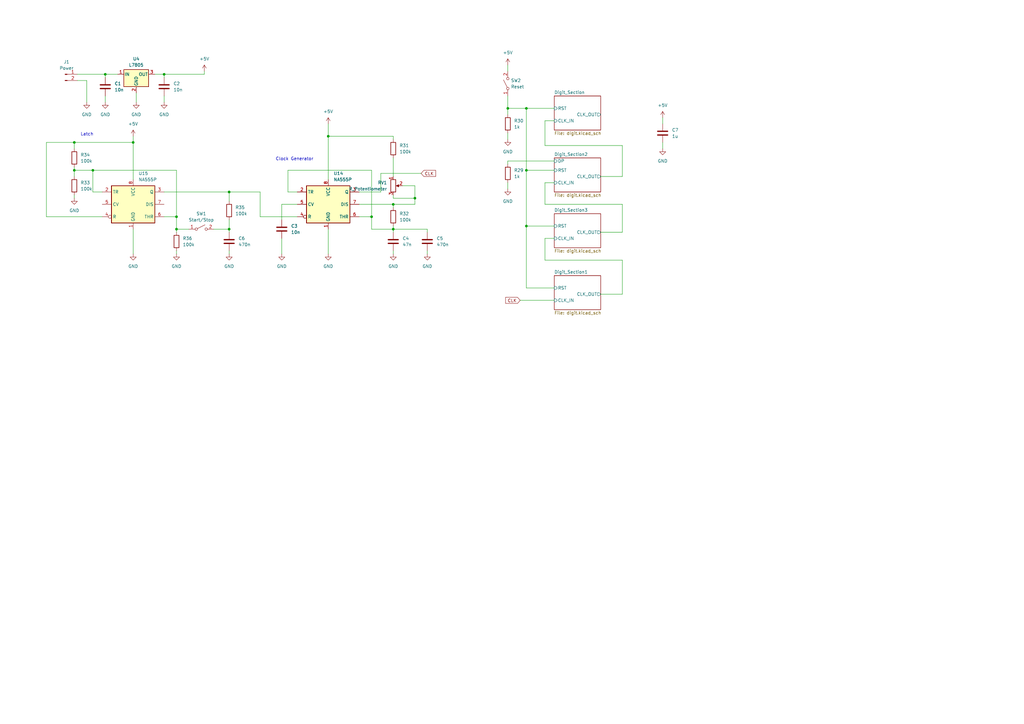
<source format=kicad_sch>
(kicad_sch (version 20230121) (generator eeschema)

  (uuid 78a5e9e2-666e-497f-a0eb-8939aa477525)

  (paper "A3")

  (lib_symbols
    (symbol "Connector:Conn_01x02_Pin" (pin_names (offset 1.016) hide) (in_bom yes) (on_board yes)
      (property "Reference" "J" (at 0 2.54 0)
        (effects (font (size 1.27 1.27)))
      )
      (property "Value" "Conn_01x02_Pin" (at 0 -5.08 0)
        (effects (font (size 1.27 1.27)))
      )
      (property "Footprint" "" (at 0 0 0)
        (effects (font (size 1.27 1.27)) hide)
      )
      (property "Datasheet" "~" (at 0 0 0)
        (effects (font (size 1.27 1.27)) hide)
      )
      (property "ki_locked" "" (at 0 0 0)
        (effects (font (size 1.27 1.27)))
      )
      (property "ki_keywords" "connector" (at 0 0 0)
        (effects (font (size 1.27 1.27)) hide)
      )
      (property "ki_description" "Generic connector, single row, 01x02, script generated" (at 0 0 0)
        (effects (font (size 1.27 1.27)) hide)
      )
      (property "ki_fp_filters" "Connector*:*_1x??_*" (at 0 0 0)
        (effects (font (size 1.27 1.27)) hide)
      )
      (symbol "Conn_01x02_Pin_1_1"
        (polyline
          (pts
            (xy 1.27 -2.54)
            (xy 0.8636 -2.54)
          )
          (stroke (width 0.1524) (type default))
          (fill (type none))
        )
        (polyline
          (pts
            (xy 1.27 0)
            (xy 0.8636 0)
          )
          (stroke (width 0.1524) (type default))
          (fill (type none))
        )
        (rectangle (start 0.8636 -2.413) (end 0 -2.667)
          (stroke (width 0.1524) (type default))
          (fill (type outline))
        )
        (rectangle (start 0.8636 0.127) (end 0 -0.127)
          (stroke (width 0.1524) (type default))
          (fill (type outline))
        )
        (pin passive line (at 5.08 0 180) (length 3.81)
          (name "Pin_1" (effects (font (size 1.27 1.27))))
          (number "1" (effects (font (size 1.27 1.27))))
        )
        (pin passive line (at 5.08 -2.54 180) (length 3.81)
          (name "Pin_2" (effects (font (size 1.27 1.27))))
          (number "2" (effects (font (size 1.27 1.27))))
        )
      )
    )
    (symbol "Device:C" (pin_numbers hide) (pin_names (offset 0.254)) (in_bom yes) (on_board yes)
      (property "Reference" "C" (at 0.635 2.54 0)
        (effects (font (size 1.27 1.27)) (justify left))
      )
      (property "Value" "C" (at 0.635 -2.54 0)
        (effects (font (size 1.27 1.27)) (justify left))
      )
      (property "Footprint" "" (at 0.9652 -3.81 0)
        (effects (font (size 1.27 1.27)) hide)
      )
      (property "Datasheet" "~" (at 0 0 0)
        (effects (font (size 1.27 1.27)) hide)
      )
      (property "ki_keywords" "cap capacitor" (at 0 0 0)
        (effects (font (size 1.27 1.27)) hide)
      )
      (property "ki_description" "Unpolarized capacitor" (at 0 0 0)
        (effects (font (size 1.27 1.27)) hide)
      )
      (property "ki_fp_filters" "C_*" (at 0 0 0)
        (effects (font (size 1.27 1.27)) hide)
      )
      (symbol "C_0_1"
        (polyline
          (pts
            (xy -2.032 -0.762)
            (xy 2.032 -0.762)
          )
          (stroke (width 0.508) (type default))
          (fill (type none))
        )
        (polyline
          (pts
            (xy -2.032 0.762)
            (xy 2.032 0.762)
          )
          (stroke (width 0.508) (type default))
          (fill (type none))
        )
      )
      (symbol "C_1_1"
        (pin passive line (at 0 3.81 270) (length 2.794)
          (name "~" (effects (font (size 1.27 1.27))))
          (number "1" (effects (font (size 1.27 1.27))))
        )
        (pin passive line (at 0 -3.81 90) (length 2.794)
          (name "~" (effects (font (size 1.27 1.27))))
          (number "2" (effects (font (size 1.27 1.27))))
        )
      )
    )
    (symbol "Device:R" (pin_numbers hide) (pin_names (offset 0)) (in_bom yes) (on_board yes)
      (property "Reference" "R" (at 2.032 0 90)
        (effects (font (size 1.27 1.27)))
      )
      (property "Value" "R" (at 0 0 90)
        (effects (font (size 1.27 1.27)))
      )
      (property "Footprint" "" (at -1.778 0 90)
        (effects (font (size 1.27 1.27)) hide)
      )
      (property "Datasheet" "~" (at 0 0 0)
        (effects (font (size 1.27 1.27)) hide)
      )
      (property "ki_keywords" "R res resistor" (at 0 0 0)
        (effects (font (size 1.27 1.27)) hide)
      )
      (property "ki_description" "Resistor" (at 0 0 0)
        (effects (font (size 1.27 1.27)) hide)
      )
      (property "ki_fp_filters" "R_*" (at 0 0 0)
        (effects (font (size 1.27 1.27)) hide)
      )
      (symbol "R_0_1"
        (rectangle (start -1.016 -2.54) (end 1.016 2.54)
          (stroke (width 0.254) (type default))
          (fill (type none))
        )
      )
      (symbol "R_1_1"
        (pin passive line (at 0 3.81 270) (length 1.27)
          (name "~" (effects (font (size 1.27 1.27))))
          (number "1" (effects (font (size 1.27 1.27))))
        )
        (pin passive line (at 0 -3.81 90) (length 1.27)
          (name "~" (effects (font (size 1.27 1.27))))
          (number "2" (effects (font (size 1.27 1.27))))
        )
      )
    )
    (symbol "Device:R_Potentiometer" (pin_names (offset 1.016) hide) (in_bom yes) (on_board yes)
      (property "Reference" "RV" (at -4.445 0 90)
        (effects (font (size 1.27 1.27)))
      )
      (property "Value" "R_Potentiometer" (at -2.54 0 90)
        (effects (font (size 1.27 1.27)))
      )
      (property "Footprint" "" (at 0 0 0)
        (effects (font (size 1.27 1.27)) hide)
      )
      (property "Datasheet" "~" (at 0 0 0)
        (effects (font (size 1.27 1.27)) hide)
      )
      (property "ki_keywords" "resistor variable" (at 0 0 0)
        (effects (font (size 1.27 1.27)) hide)
      )
      (property "ki_description" "Potentiometer" (at 0 0 0)
        (effects (font (size 1.27 1.27)) hide)
      )
      (property "ki_fp_filters" "Potentiometer*" (at 0 0 0)
        (effects (font (size 1.27 1.27)) hide)
      )
      (symbol "R_Potentiometer_0_1"
        (polyline
          (pts
            (xy 2.54 0)
            (xy 1.524 0)
          )
          (stroke (width 0) (type default))
          (fill (type none))
        )
        (polyline
          (pts
            (xy 1.143 0)
            (xy 2.286 0.508)
            (xy 2.286 -0.508)
            (xy 1.143 0)
          )
          (stroke (width 0) (type default))
          (fill (type outline))
        )
        (rectangle (start 1.016 2.54) (end -1.016 -2.54)
          (stroke (width 0.254) (type default))
          (fill (type none))
        )
      )
      (symbol "R_Potentiometer_1_1"
        (pin passive line (at 0 3.81 270) (length 1.27)
          (name "1" (effects (font (size 1.27 1.27))))
          (number "1" (effects (font (size 1.27 1.27))))
        )
        (pin passive line (at 3.81 0 180) (length 1.27)
          (name "2" (effects (font (size 1.27 1.27))))
          (number "2" (effects (font (size 1.27 1.27))))
        )
        (pin passive line (at 0 -3.81 90) (length 1.27)
          (name "3" (effects (font (size 1.27 1.27))))
          (number "3" (effects (font (size 1.27 1.27))))
        )
      )
    )
    (symbol "Regulator_Linear:L7805" (pin_names (offset 0.254)) (in_bom yes) (on_board yes)
      (property "Reference" "U" (at -3.81 3.175 0)
        (effects (font (size 1.27 1.27)))
      )
      (property "Value" "L7805" (at 0 3.175 0)
        (effects (font (size 1.27 1.27)) (justify left))
      )
      (property "Footprint" "" (at 0.635 -3.81 0)
        (effects (font (size 1.27 1.27) italic) (justify left) hide)
      )
      (property "Datasheet" "http://www.st.com/content/ccc/resource/technical/document/datasheet/41/4f/b3/b0/12/d4/47/88/CD00000444.pdf/files/CD00000444.pdf/jcr:content/translations/en.CD00000444.pdf" (at 0 -1.27 0)
        (effects (font (size 1.27 1.27)) hide)
      )
      (property "ki_keywords" "Voltage Regulator 1.5A Positive" (at 0 0 0)
        (effects (font (size 1.27 1.27)) hide)
      )
      (property "ki_description" "Positive 1.5A 35V Linear Regulator, Fixed Output 5V, TO-220/TO-263/TO-252" (at 0 0 0)
        (effects (font (size 1.27 1.27)) hide)
      )
      (property "ki_fp_filters" "TO?252* TO?263* TO?220*" (at 0 0 0)
        (effects (font (size 1.27 1.27)) hide)
      )
      (symbol "L7805_0_1"
        (rectangle (start -5.08 1.905) (end 5.08 -5.08)
          (stroke (width 0.254) (type default))
          (fill (type background))
        )
      )
      (symbol "L7805_1_1"
        (pin power_in line (at -7.62 0 0) (length 2.54)
          (name "IN" (effects (font (size 1.27 1.27))))
          (number "1" (effects (font (size 1.27 1.27))))
        )
        (pin power_in line (at 0 -7.62 90) (length 2.54)
          (name "GND" (effects (font (size 1.27 1.27))))
          (number "2" (effects (font (size 1.27 1.27))))
        )
        (pin power_out line (at 7.62 0 180) (length 2.54)
          (name "OUT" (effects (font (size 1.27 1.27))))
          (number "3" (effects (font (size 1.27 1.27))))
        )
      )
    )
    (symbol "Switch:SW_SPST" (pin_names (offset 0) hide) (in_bom yes) (on_board yes)
      (property "Reference" "SW" (at 0 3.175 0)
        (effects (font (size 1.27 1.27)))
      )
      (property "Value" "SW_SPST" (at 0 -2.54 0)
        (effects (font (size 1.27 1.27)))
      )
      (property "Footprint" "" (at 0 0 0)
        (effects (font (size 1.27 1.27)) hide)
      )
      (property "Datasheet" "~" (at 0 0 0)
        (effects (font (size 1.27 1.27)) hide)
      )
      (property "ki_keywords" "switch lever" (at 0 0 0)
        (effects (font (size 1.27 1.27)) hide)
      )
      (property "ki_description" "Single Pole Single Throw (SPST) switch" (at 0 0 0)
        (effects (font (size 1.27 1.27)) hide)
      )
      (symbol "SW_SPST_0_0"
        (circle (center -2.032 0) (radius 0.508)
          (stroke (width 0) (type default))
          (fill (type none))
        )
        (polyline
          (pts
            (xy -1.524 0.254)
            (xy 1.524 1.778)
          )
          (stroke (width 0) (type default))
          (fill (type none))
        )
        (circle (center 2.032 0) (radius 0.508)
          (stroke (width 0) (type default))
          (fill (type none))
        )
      )
      (symbol "SW_SPST_1_1"
        (pin passive line (at -5.08 0 0) (length 2.54)
          (name "A" (effects (font (size 1.27 1.27))))
          (number "1" (effects (font (size 1.27 1.27))))
        )
        (pin passive line (at 5.08 0 180) (length 2.54)
          (name "B" (effects (font (size 1.27 1.27))))
          (number "2" (effects (font (size 1.27 1.27))))
        )
      )
    )
    (symbol "Timer:NA555P" (in_bom yes) (on_board yes)
      (property "Reference" "U" (at -10.16 8.89 0)
        (effects (font (size 1.27 1.27)) (justify left))
      )
      (property "Value" "NA555P" (at 2.54 8.89 0)
        (effects (font (size 1.27 1.27)) (justify left))
      )
      (property "Footprint" "Package_DIP:DIP-8_W7.62mm" (at 16.51 -10.16 0)
        (effects (font (size 1.27 1.27)) hide)
      )
      (property "Datasheet" "http://www.ti.com/lit/ds/symlink/ne555.pdf" (at 21.59 -10.16 0)
        (effects (font (size 1.27 1.27)) hide)
      )
      (property "ki_keywords" "single timer 555" (at 0 0 0)
        (effects (font (size 1.27 1.27)) hide)
      )
      (property "ki_description" "Precision Timers, 555 compatible, PDIP-8" (at 0 0 0)
        (effects (font (size 1.27 1.27)) hide)
      )
      (property "ki_fp_filters" "DIP*W7.62mm*" (at 0 0 0)
        (effects (font (size 1.27 1.27)) hide)
      )
      (symbol "NA555P_0_0"
        (pin power_in line (at 0 -10.16 90) (length 2.54)
          (name "GND" (effects (font (size 1.27 1.27))))
          (number "1" (effects (font (size 1.27 1.27))))
        )
        (pin power_in line (at 0 10.16 270) (length 2.54)
          (name "VCC" (effects (font (size 1.27 1.27))))
          (number "8" (effects (font (size 1.27 1.27))))
        )
      )
      (symbol "NA555P_0_1"
        (rectangle (start -8.89 -7.62) (end 8.89 7.62)
          (stroke (width 0.254) (type default))
          (fill (type background))
        )
        (rectangle (start -8.89 -7.62) (end 8.89 7.62)
          (stroke (width 0.254) (type default))
          (fill (type background))
        )
      )
      (symbol "NA555P_1_1"
        (pin input line (at -12.7 5.08 0) (length 3.81)
          (name "TR" (effects (font (size 1.27 1.27))))
          (number "2" (effects (font (size 1.27 1.27))))
        )
        (pin output line (at 12.7 5.08 180) (length 3.81)
          (name "Q" (effects (font (size 1.27 1.27))))
          (number "3" (effects (font (size 1.27 1.27))))
        )
        (pin input inverted (at -12.7 -5.08 0) (length 3.81)
          (name "R" (effects (font (size 1.27 1.27))))
          (number "4" (effects (font (size 1.27 1.27))))
        )
        (pin input line (at -12.7 0 0) (length 3.81)
          (name "CV" (effects (font (size 1.27 1.27))))
          (number "5" (effects (font (size 1.27 1.27))))
        )
        (pin input line (at 12.7 -5.08 180) (length 3.81)
          (name "THR" (effects (font (size 1.27 1.27))))
          (number "6" (effects (font (size 1.27 1.27))))
        )
        (pin input line (at 12.7 0 180) (length 3.81)
          (name "DIS" (effects (font (size 1.27 1.27))))
          (number "7" (effects (font (size 1.27 1.27))))
        )
      )
    )
    (symbol "power:+5V" (power) (pin_names (offset 0)) (in_bom yes) (on_board yes)
      (property "Reference" "#PWR" (at 0 -3.81 0)
        (effects (font (size 1.27 1.27)) hide)
      )
      (property "Value" "+5V" (at 0 3.556 0)
        (effects (font (size 1.27 1.27)))
      )
      (property "Footprint" "" (at 0 0 0)
        (effects (font (size 1.27 1.27)) hide)
      )
      (property "Datasheet" "" (at 0 0 0)
        (effects (font (size 1.27 1.27)) hide)
      )
      (property "ki_keywords" "global power" (at 0 0 0)
        (effects (font (size 1.27 1.27)) hide)
      )
      (property "ki_description" "Power symbol creates a global label with name \"+5V\"" (at 0 0 0)
        (effects (font (size 1.27 1.27)) hide)
      )
      (symbol "+5V_0_1"
        (polyline
          (pts
            (xy -0.762 1.27)
            (xy 0 2.54)
          )
          (stroke (width 0) (type default))
          (fill (type none))
        )
        (polyline
          (pts
            (xy 0 0)
            (xy 0 2.54)
          )
          (stroke (width 0) (type default))
          (fill (type none))
        )
        (polyline
          (pts
            (xy 0 2.54)
            (xy 0.762 1.27)
          )
          (stroke (width 0) (type default))
          (fill (type none))
        )
      )
      (symbol "+5V_1_1"
        (pin power_in line (at 0 0 90) (length 0) hide
          (name "+5V" (effects (font (size 1.27 1.27))))
          (number "1" (effects (font (size 1.27 1.27))))
        )
      )
    )
    (symbol "power:GND" (power) (pin_names (offset 0)) (in_bom yes) (on_board yes)
      (property "Reference" "#PWR" (at 0 -6.35 0)
        (effects (font (size 1.27 1.27)) hide)
      )
      (property "Value" "GND" (at 0 -3.81 0)
        (effects (font (size 1.27 1.27)))
      )
      (property "Footprint" "" (at 0 0 0)
        (effects (font (size 1.27 1.27)) hide)
      )
      (property "Datasheet" "" (at 0 0 0)
        (effects (font (size 1.27 1.27)) hide)
      )
      (property "ki_keywords" "global power" (at 0 0 0)
        (effects (font (size 1.27 1.27)) hide)
      )
      (property "ki_description" "Power symbol creates a global label with name \"GND\" , ground" (at 0 0 0)
        (effects (font (size 1.27 1.27)) hide)
      )
      (symbol "GND_0_1"
        (polyline
          (pts
            (xy 0 0)
            (xy 0 -1.27)
            (xy 1.27 -1.27)
            (xy 0 -2.54)
            (xy -1.27 -1.27)
            (xy 0 -1.27)
          )
          (stroke (width 0) (type default))
          (fill (type none))
        )
      )
      (symbol "GND_1_1"
        (pin power_in line (at 0 0 270) (length 0) hide
          (name "GND" (effects (font (size 1.27 1.27))))
          (number "1" (effects (font (size 1.27 1.27))))
        )
      )
    )
  )

  (junction (at 208.28 44.45) (diameter 0) (color 0 0 0 0)
    (uuid 0d276f82-3507-4594-ba44-abae674f585d)
  )
  (junction (at 170.18 81.28) (diameter 0) (color 0 0 0 0)
    (uuid 15144ad6-df70-4ac4-800c-1437b12f59b2)
  )
  (junction (at 93.98 78.74) (diameter 0) (color 0 0 0 0)
    (uuid 181d9e81-2b8a-4991-9993-4c3b26159cf1)
  )
  (junction (at 30.48 58.42) (diameter 0) (color 0 0 0 0)
    (uuid 345c454c-a215-4636-8234-e9ac061577a6)
  )
  (junction (at 54.61 58.42) (diameter 0) (color 0 0 0 0)
    (uuid 3f0d7c61-6af0-41f0-b632-55c4bbe673c8)
  )
  (junction (at 93.98 93.98) (diameter 0) (color 0 0 0 0)
    (uuid 3f2f91f8-6b41-49d4-940c-127cbae4d37f)
  )
  (junction (at 215.9 69.85) (diameter 0) (color 0 0 0 0)
    (uuid 4300e282-d2b1-4697-99b8-94a63622bfe7)
  )
  (junction (at 72.39 93.98) (diameter 0) (color 0 0 0 0)
    (uuid 430af221-950f-4e3b-9ef6-7050a6a09907)
  )
  (junction (at 161.29 83.82) (diameter 0) (color 0 0 0 0)
    (uuid 6b938e94-da11-4b8a-b6e6-68a133c4c4d7)
  )
  (junction (at 30.48 69.85) (diameter 0) (color 0 0 0 0)
    (uuid 909ce1c0-e2ff-4058-a6a1-0157e4c146f4)
  )
  (junction (at 38.1 69.85) (diameter 0) (color 0 0 0 0)
    (uuid a668c5d1-332f-4f65-8d20-331d123b8b93)
  )
  (junction (at 43.18 30.48) (diameter 0) (color 0 0 0 0)
    (uuid b494be65-9888-422f-9735-de134ece57d7)
  )
  (junction (at 152.4 88.9) (diameter 0) (color 0 0 0 0)
    (uuid b88505e5-40b6-4afa-a21e-18fbb81e2c95)
  )
  (junction (at 134.62 55.88) (diameter 0) (color 0 0 0 0)
    (uuid bb599d22-8546-4d1a-8e02-94e7e586d0d7)
  )
  (junction (at 215.9 44.45) (diameter 0) (color 0 0 0 0)
    (uuid bf899d7a-5c8d-4ade-8092-94a5c1a2b575)
  )
  (junction (at 161.29 93.98) (diameter 0) (color 0 0 0 0)
    (uuid cba8698e-8eb7-4051-958d-30706e704fb7)
  )
  (junction (at 72.39 88.9) (diameter 0) (color 0 0 0 0)
    (uuid d61df1da-2127-4f81-be6b-bdc91784a0fb)
  )
  (junction (at 215.9 92.71) (diameter 0) (color 0 0 0 0)
    (uuid de942d8a-f2a6-42c1-881f-d08634c2f3fe)
  )
  (junction (at 67.31 30.48) (diameter 0) (color 0 0 0 0)
    (uuid e02e9c8d-9412-47e0-8303-5fd1e1f7cd51)
  )

  (wire (pts (xy 255.27 72.39) (xy 255.27 59.69))
    (stroke (width 0) (type default))
    (uuid 03460daf-4dba-4df8-ba6a-a9fc7965682f)
  )
  (wire (pts (xy 223.52 83.82) (xy 223.52 74.93))
    (stroke (width 0) (type default))
    (uuid 0387f3c1-35ea-41c9-ad52-aac8ca8e7687)
  )
  (wire (pts (xy 38.1 78.74) (xy 38.1 69.85))
    (stroke (width 0) (type default))
    (uuid 04a87fa2-74d1-4048-9151-befbe3e95885)
  )
  (wire (pts (xy 246.38 72.39) (xy 255.27 72.39))
    (stroke (width 0) (type default))
    (uuid 054afb03-63d2-4e68-bf9c-d31f990daf56)
  )
  (wire (pts (xy 30.48 69.85) (xy 38.1 69.85))
    (stroke (width 0) (type default))
    (uuid 06aecea2-c912-436d-ade5-b9e4847fbc28)
  )
  (wire (pts (xy 55.88 41.91) (xy 55.88 38.1))
    (stroke (width 0) (type default))
    (uuid 0a7164e6-17e3-4afa-996e-b83fdb468bab)
  )
  (wire (pts (xy 147.32 78.74) (xy 156.21 78.74))
    (stroke (width 0) (type default))
    (uuid 0b9a5012-926d-4926-81f9-7071e266a282)
  )
  (wire (pts (xy 83.82 29.21) (xy 83.82 30.48))
    (stroke (width 0) (type default))
    (uuid 0d336112-3fe8-4af1-baf6-63a1647904b9)
  )
  (wire (pts (xy 208.28 77.47) (xy 208.28 74.93))
    (stroke (width 0) (type default))
    (uuid 101c6de5-aebf-48f4-8db8-a5ea9c1c43b6)
  )
  (wire (pts (xy 93.98 90.17) (xy 93.98 93.98))
    (stroke (width 0) (type default))
    (uuid 10d2b16e-9ad0-4b44-b7e7-b7ba73ddf45b)
  )
  (wire (pts (xy 255.27 59.69) (xy 223.52 59.69))
    (stroke (width 0) (type default))
    (uuid 14e99bad-b08e-4558-8f63-50dbb4381523)
  )
  (wire (pts (xy 208.28 57.15) (xy 208.28 54.61))
    (stroke (width 0) (type default))
    (uuid 1660b9d5-2e79-49ae-9083-5d672e44e453)
  )
  (wire (pts (xy 156.21 78.74) (xy 156.21 71.12))
    (stroke (width 0) (type default))
    (uuid 16d07e6d-af4b-4f8f-8578-1c2f3b7ca968)
  )
  (wire (pts (xy 72.39 93.98) (xy 77.47 93.98))
    (stroke (width 0) (type default))
    (uuid 16ee20a9-0c5d-4536-b4b5-e35b93b9af08)
  )
  (wire (pts (xy 30.48 58.42) (xy 30.48 60.96))
    (stroke (width 0) (type default))
    (uuid 1779542a-2da1-42de-ad44-96321966d782)
  )
  (wire (pts (xy 152.4 69.85) (xy 152.4 88.9))
    (stroke (width 0) (type default))
    (uuid 1a23fbd2-b4b3-435b-98fd-137c634ce8b5)
  )
  (wire (pts (xy 161.29 83.82) (xy 161.29 85.09))
    (stroke (width 0) (type default))
    (uuid 1a6ba030-f1a8-43f3-84ad-2c00e147c773)
  )
  (wire (pts (xy 215.9 69.85) (xy 215.9 92.71))
    (stroke (width 0) (type default))
    (uuid 1ab9204f-3a7a-4dda-a825-6aed5e830e58)
  )
  (wire (pts (xy 223.52 106.68) (xy 223.52 97.79))
    (stroke (width 0) (type default))
    (uuid 1be10186-868e-4855-bf61-27add49fb965)
  )
  (wire (pts (xy 134.62 50.8) (xy 134.62 55.88))
    (stroke (width 0) (type default))
    (uuid 1c4e10bc-ea69-433c-b89f-e88b25d9b550)
  )
  (wire (pts (xy 255.27 95.25) (xy 255.27 83.82))
    (stroke (width 0) (type default))
    (uuid 237dbdd7-7ac0-4b7c-859c-5f6e8dd15924)
  )
  (wire (pts (xy 161.29 95.25) (xy 161.29 93.98))
    (stroke (width 0) (type default))
    (uuid 2b6bef05-e5da-417e-8a94-ba7fda3ca0e3)
  )
  (wire (pts (xy 121.92 78.74) (xy 118.11 78.74))
    (stroke (width 0) (type default))
    (uuid 2ce6f57d-774e-46ed-8fe0-f5ea7b2d669d)
  )
  (wire (pts (xy 35.56 33.02) (xy 31.75 33.02))
    (stroke (width 0) (type default))
    (uuid 2d20e185-c29c-4725-b06d-06993544e103)
  )
  (wire (pts (xy 93.98 95.25) (xy 93.98 93.98))
    (stroke (width 0) (type default))
    (uuid 2e32a830-0412-4289-a3ee-7da5b4ad8c57)
  )
  (wire (pts (xy 72.39 104.14) (xy 72.39 102.87))
    (stroke (width 0) (type default))
    (uuid 2ffebf29-d84a-4049-b459-3b8485406e74)
  )
  (wire (pts (xy 246.38 120.65) (xy 255.27 120.65))
    (stroke (width 0) (type default))
    (uuid 3114a8e7-140a-4da0-b254-cf92fcab5c9b)
  )
  (wire (pts (xy 48.26 30.48) (xy 43.18 30.48))
    (stroke (width 0) (type default))
    (uuid 33175388-041b-42a2-adad-e3923d7b1870)
  )
  (wire (pts (xy 147.32 83.82) (xy 161.29 83.82))
    (stroke (width 0) (type default))
    (uuid 350416a8-da6f-4538-b4c6-62f77567020d)
  )
  (wire (pts (xy 43.18 30.48) (xy 43.18 31.75))
    (stroke (width 0) (type default))
    (uuid 366d8255-138a-4b5d-aec8-2e9b3b97d6e4)
  )
  (wire (pts (xy 83.82 30.48) (xy 67.31 30.48))
    (stroke (width 0) (type default))
    (uuid 36fc9a40-a9c8-422d-83c6-394e21d82e26)
  )
  (wire (pts (xy 223.52 97.79) (xy 227.33 97.79))
    (stroke (width 0) (type default))
    (uuid 379c9b8c-1fa3-477c-87a9-3b24cc11a4d5)
  )
  (wire (pts (xy 106.68 88.9) (xy 121.92 88.9))
    (stroke (width 0) (type default))
    (uuid 3bf7ec2b-b8c8-4427-abce-45b60e838af8)
  )
  (wire (pts (xy 170.18 76.2) (xy 170.18 81.28))
    (stroke (width 0) (type default))
    (uuid 3dfafa74-9694-4af2-966a-229eefad3a14)
  )
  (wire (pts (xy 87.63 93.98) (xy 93.98 93.98))
    (stroke (width 0) (type default))
    (uuid 3e6753de-d0dd-40b5-9152-1749bb7ad5e7)
  )
  (wire (pts (xy 175.26 93.98) (xy 175.26 95.25))
    (stroke (width 0) (type default))
    (uuid 446ca9eb-03f4-4f21-8b10-8e50b0de02d5)
  )
  (wire (pts (xy 134.62 55.88) (xy 161.29 55.88))
    (stroke (width 0) (type default))
    (uuid 45753582-0258-4648-8711-d7eca14a05e6)
  )
  (wire (pts (xy 67.31 30.48) (xy 67.31 31.75))
    (stroke (width 0) (type default))
    (uuid 45d131ef-a925-4c74-9ba4-667b78e6c2a5)
  )
  (wire (pts (xy 31.75 30.48) (xy 43.18 30.48))
    (stroke (width 0) (type default))
    (uuid 4908673f-3eb6-4a92-af87-2f81c8d2cb3c)
  )
  (wire (pts (xy 67.31 88.9) (xy 72.39 88.9))
    (stroke (width 0) (type default))
    (uuid 4add331a-4916-4844-a6d1-b2da3712352b)
  )
  (wire (pts (xy 208.28 44.45) (xy 208.28 46.99))
    (stroke (width 0) (type default))
    (uuid 4e80d86d-0cef-4535-8735-a22e459a0cf1)
  )
  (wire (pts (xy 215.9 44.45) (xy 215.9 69.85))
    (stroke (width 0) (type default))
    (uuid 4eb7f726-67e2-4f3d-b881-7d4e06d6744f)
  )
  (wire (pts (xy 223.52 59.69) (xy 223.52 49.53))
    (stroke (width 0) (type default))
    (uuid 502a5bec-3636-454b-beaa-04dda95db62e)
  )
  (wire (pts (xy 161.29 81.28) (xy 161.29 80.01))
    (stroke (width 0) (type default))
    (uuid 571ebe52-be12-4ded-bfb7-5d763ee8520e)
  )
  (wire (pts (xy 118.11 78.74) (xy 118.11 69.85))
    (stroke (width 0) (type default))
    (uuid 586378ec-dfd0-4bdc-8090-ceecf1a45243)
  )
  (wire (pts (xy 67.31 78.74) (xy 93.98 78.74))
    (stroke (width 0) (type default))
    (uuid 59509a58-fa2b-4468-a51b-35ad021b9fef)
  )
  (wire (pts (xy 134.62 104.14) (xy 134.62 93.98))
    (stroke (width 0) (type default))
    (uuid 597832fa-3a3e-4289-94a1-ac80d573bc8a)
  )
  (wire (pts (xy 118.11 69.85) (xy 152.4 69.85))
    (stroke (width 0) (type default))
    (uuid 5ac8453a-d1c5-4f5e-ae68-bf99e014e5a4)
  )
  (wire (pts (xy 30.48 58.42) (xy 54.61 58.42))
    (stroke (width 0) (type default))
    (uuid 5b75aef9-1101-4872-9ae0-2e273a4f763c)
  )
  (wire (pts (xy 54.61 58.42) (xy 54.61 73.66))
    (stroke (width 0) (type default))
    (uuid 5ec6d74c-c421-48c6-b001-382c0f0d3075)
  )
  (wire (pts (xy 161.29 64.77) (xy 161.29 72.39))
    (stroke (width 0) (type default))
    (uuid 626c2798-bc59-4b46-82b0-4b8f0a19e932)
  )
  (wire (pts (xy 215.9 118.11) (xy 227.33 118.11))
    (stroke (width 0) (type default))
    (uuid 65356516-2fb9-4cde-bc5b-054922d14e79)
  )
  (wire (pts (xy 67.31 41.91) (xy 67.31 39.37))
    (stroke (width 0) (type default))
    (uuid 65e0e17e-a394-46d7-86fd-957f701a874b)
  )
  (wire (pts (xy 72.39 93.98) (xy 72.39 88.9))
    (stroke (width 0) (type default))
    (uuid 66781031-6b42-422f-9bdc-a829399f9f99)
  )
  (wire (pts (xy 215.9 92.71) (xy 227.33 92.71))
    (stroke (width 0) (type default))
    (uuid 6a30a851-eab5-4f1c-ae73-fa5dd69bc912)
  )
  (wire (pts (xy 208.28 39.37) (xy 208.28 44.45))
    (stroke (width 0) (type default))
    (uuid 6b3ec915-095c-42c8-bccf-b5a7927a1243)
  )
  (wire (pts (xy 30.48 68.58) (xy 30.48 69.85))
    (stroke (width 0) (type default))
    (uuid 6c0200ed-8305-4fd5-b4e4-e95dda4159d1)
  )
  (wire (pts (xy 30.48 72.39) (xy 30.48 69.85))
    (stroke (width 0) (type default))
    (uuid 6d6d6cf0-3b3f-4065-836a-2be092c92a85)
  )
  (wire (pts (xy 165.1 76.2) (xy 170.18 76.2))
    (stroke (width 0) (type default))
    (uuid 6e9b5ca8-7848-468d-adca-67bbe8eefd52)
  )
  (wire (pts (xy 255.27 120.65) (xy 255.27 106.68))
    (stroke (width 0) (type default))
    (uuid 6f667a27-2d0e-4103-aaaa-9b3d489faa5a)
  )
  (wire (pts (xy 19.05 88.9) (xy 41.91 88.9))
    (stroke (width 0) (type default))
    (uuid 702e5b16-4317-41a7-920d-0f5be3bfda2c)
  )
  (wire (pts (xy 115.57 83.82) (xy 121.92 83.82))
    (stroke (width 0) (type default))
    (uuid 70cc9e4d-386b-420c-ab78-23983481e6ca)
  )
  (wire (pts (xy 72.39 69.85) (xy 72.39 88.9))
    (stroke (width 0) (type default))
    (uuid 76f0ef4d-598c-48e1-9006-a2403385722e)
  )
  (wire (pts (xy 134.62 55.88) (xy 134.62 73.66))
    (stroke (width 0) (type default))
    (uuid 7cd96e91-10fd-4851-8b7a-0fae7171ea94)
  )
  (wire (pts (xy 19.05 88.9) (xy 19.05 58.42))
    (stroke (width 0) (type default))
    (uuid 819334fd-5283-494d-9e0e-fd5e178b281b)
  )
  (wire (pts (xy 93.98 102.87) (xy 93.98 104.14))
    (stroke (width 0) (type default))
    (uuid 819fb588-4b07-4ebb-9337-5e54274d73b6)
  )
  (wire (pts (xy 208.28 44.45) (xy 215.9 44.45))
    (stroke (width 0) (type default))
    (uuid 823461d0-6cb4-4fcb-ad83-65733b3e15ed)
  )
  (wire (pts (xy 271.78 60.96) (xy 271.78 58.42))
    (stroke (width 0) (type default))
    (uuid 868ddec6-8cdd-4ac6-b574-7c06dc7c2695)
  )
  (wire (pts (xy 152.4 88.9) (xy 152.4 93.98))
    (stroke (width 0) (type default))
    (uuid 88ca0a7e-6d54-45bd-aec4-1cd495840b0b)
  )
  (wire (pts (xy 72.39 95.25) (xy 72.39 93.98))
    (stroke (width 0) (type default))
    (uuid 8b26485e-b11b-4f1f-8f24-2cf036f40ee4)
  )
  (wire (pts (xy 161.29 93.98) (xy 175.26 93.98))
    (stroke (width 0) (type default))
    (uuid 8baf5e4e-e80b-434e-9a54-8d6fde2b4a0a)
  )
  (wire (pts (xy 54.61 104.14) (xy 54.61 93.98))
    (stroke (width 0) (type default))
    (uuid 8c3ad8a7-d012-4868-a2c9-dc0672a9d4cf)
  )
  (wire (pts (xy 54.61 55.88) (xy 54.61 58.42))
    (stroke (width 0) (type default))
    (uuid 8fa7cbaa-54f4-445b-b437-1a9a61de445b)
  )
  (wire (pts (xy 213.36 123.19) (xy 227.33 123.19))
    (stroke (width 0) (type default))
    (uuid 8fb35032-237a-4cd4-ab96-98efbc3b4917)
  )
  (wire (pts (xy 227.33 44.45) (xy 215.9 44.45))
    (stroke (width 0) (type default))
    (uuid 93b04043-98ef-4812-aab7-d3b564aad123)
  )
  (wire (pts (xy 208.28 26.67) (xy 208.28 29.21))
    (stroke (width 0) (type default))
    (uuid 9dcd1774-b6e1-42ee-ae5d-950bdb700d33)
  )
  (wire (pts (xy 152.4 93.98) (xy 161.29 93.98))
    (stroke (width 0) (type default))
    (uuid 9e74fb9a-a279-476b-a9ae-f94d36314554)
  )
  (wire (pts (xy 35.56 41.91) (xy 35.56 33.02))
    (stroke (width 0) (type default))
    (uuid 9ebd032a-dfe7-47a4-9d1a-6dece9fac2da)
  )
  (wire (pts (xy 161.29 55.88) (xy 161.29 57.15))
    (stroke (width 0) (type default))
    (uuid a0d70fc9-37b0-4b8f-81b8-9528c870f189)
  )
  (wire (pts (xy 215.9 92.71) (xy 215.9 118.11))
    (stroke (width 0) (type default))
    (uuid a1ce2658-6f37-44f9-bffe-5988e99eec81)
  )
  (wire (pts (xy 38.1 69.85) (xy 72.39 69.85))
    (stroke (width 0) (type default))
    (uuid a33dbff2-7c30-4ca8-9e15-0b0ca1948c78)
  )
  (wire (pts (xy 106.68 88.9) (xy 106.68 78.74))
    (stroke (width 0) (type default))
    (uuid a34eba02-80a4-431b-afc9-a26755d414bf)
  )
  (wire (pts (xy 255.27 83.82) (xy 223.52 83.82))
    (stroke (width 0) (type default))
    (uuid a36c4789-8f10-4e7d-bb09-d739fa711b15)
  )
  (wire (pts (xy 43.18 41.91) (xy 43.18 39.37))
    (stroke (width 0) (type default))
    (uuid a3da60a1-ee07-4651-bb0a-6eb4cbe1ac53)
  )
  (wire (pts (xy 161.29 104.14) (xy 161.29 102.87))
    (stroke (width 0) (type default))
    (uuid a68d9b74-df27-4e04-9ed7-fb3c33c12277)
  )
  (wire (pts (xy 271.78 48.26) (xy 271.78 50.8))
    (stroke (width 0) (type default))
    (uuid ab26e72c-909b-42dc-8603-5147efeb2f9c)
  )
  (wire (pts (xy 175.26 104.14) (xy 175.26 102.87))
    (stroke (width 0) (type default))
    (uuid b05881cb-db09-432f-921a-02f370ff7927)
  )
  (wire (pts (xy 30.48 81.28) (xy 30.48 80.01))
    (stroke (width 0) (type default))
    (uuid b1d89faf-9f7f-4f32-8451-2484de735efc)
  )
  (wire (pts (xy 161.29 93.98) (xy 161.29 92.71))
    (stroke (width 0) (type default))
    (uuid b43eaf93-a506-477d-bcb0-07fd5b12ab04)
  )
  (wire (pts (xy 227.33 66.04) (xy 208.28 66.04))
    (stroke (width 0) (type default))
    (uuid bac43335-ac25-4315-b821-5d8e7cd6425c)
  )
  (wire (pts (xy 246.38 95.25) (xy 255.27 95.25))
    (stroke (width 0) (type default))
    (uuid c3595670-86db-407d-9af5-3fcf83f5e324)
  )
  (wire (pts (xy 223.52 49.53) (xy 227.33 49.53))
    (stroke (width 0) (type default))
    (uuid cba86bc7-7885-4e69-8e7d-3a8949bafc18)
  )
  (wire (pts (xy 63.5 30.48) (xy 67.31 30.48))
    (stroke (width 0) (type default))
    (uuid cec5eb8e-d970-43c6-a44d-3c7223cc24df)
  )
  (wire (pts (xy 161.29 81.28) (xy 170.18 81.28))
    (stroke (width 0) (type default))
    (uuid d11288c9-6bd7-45f7-a2c6-0c06ed2547b1)
  )
  (wire (pts (xy 93.98 78.74) (xy 106.68 78.74))
    (stroke (width 0) (type default))
    (uuid d5596484-758c-42fe-a1fd-685b3fc5f6c9)
  )
  (wire (pts (xy 161.29 83.82) (xy 170.18 83.82))
    (stroke (width 0) (type default))
    (uuid d7f1f4f9-5b71-4743-8810-159182299c28)
  )
  (wire (pts (xy 115.57 104.14) (xy 115.57 97.79))
    (stroke (width 0) (type default))
    (uuid d7fca370-c705-4db7-8881-2014cb78f0a8)
  )
  (wire (pts (xy 19.05 58.42) (xy 30.48 58.42))
    (stroke (width 0) (type default))
    (uuid dad28c59-b066-4012-9d04-c77e037c412e)
  )
  (wire (pts (xy 93.98 78.74) (xy 93.98 82.55))
    (stroke (width 0) (type default))
    (uuid db29e8ae-b904-482d-aee5-dd52033dcbe0)
  )
  (wire (pts (xy 115.57 83.82) (xy 115.57 90.17))
    (stroke (width 0) (type default))
    (uuid e365ff42-b1a3-43b1-a2d1-26a96bdac0e0)
  )
  (wire (pts (xy 208.28 66.04) (xy 208.28 67.31))
    (stroke (width 0) (type default))
    (uuid e719a06d-c974-45ba-9bd0-3050b72dca61)
  )
  (wire (pts (xy 41.91 78.74) (xy 38.1 78.74))
    (stroke (width 0) (type default))
    (uuid ecebd626-9ddc-4fd7-be89-7510c50f61a2)
  )
  (wire (pts (xy 147.32 88.9) (xy 152.4 88.9))
    (stroke (width 0) (type default))
    (uuid eeeb2a58-0537-40a7-8e14-342c26fc0ea5)
  )
  (wire (pts (xy 255.27 106.68) (xy 223.52 106.68))
    (stroke (width 0) (type default))
    (uuid ef23d19d-0982-424f-85ef-04b0a1c0b2a0)
  )
  (wire (pts (xy 170.18 83.82) (xy 170.18 81.28))
    (stroke (width 0) (type default))
    (uuid f1284ace-c68b-4a0e-ae56-01fd3cad6d41)
  )
  (wire (pts (xy 223.52 74.93) (xy 227.33 74.93))
    (stroke (width 0) (type default))
    (uuid f9cf6971-31dd-4273-9f66-ba6c12967056)
  )
  (wire (pts (xy 156.21 71.12) (xy 172.72 71.12))
    (stroke (width 0) (type default))
    (uuid fade67d0-5988-477f-8dbe-6caef5d7d5d2)
  )
  (wire (pts (xy 215.9 69.85) (xy 227.33 69.85))
    (stroke (width 0) (type default))
    (uuid ff66e91f-31bf-404c-8c06-0f741708caed)
  )

  (text "Latch" (at 33.02 55.88 0)
    (effects (font (size 1.27 1.27)) (justify left bottom))
    (uuid 346be3f7-5ede-4707-860e-e37f6644c59e)
  )
  (text "Clock Generator" (at 113.03 66.04 0)
    (effects (font (size 1.27 1.27)) (justify left bottom))
    (uuid b9179717-b9d6-4d9e-849b-23a94cc0abf7)
  )

  (global_label "CLK" (shape input) (at 213.36 123.19 180) (fields_autoplaced)
    (effects (font (size 1.27 1.27)) (justify right))
    (uuid 728f461e-9193-4edc-b231-f525f8bc1f9e)
    (property "Intersheetrefs" "${INTERSHEET_REFS}" (at 206.8067 123.19 0)
      (effects (font (size 1.27 1.27)) (justify right) hide)
    )
  )
  (global_label "CLK" (shape input) (at 172.72 71.12 0) (fields_autoplaced)
    (effects (font (size 1.27 1.27)) (justify left))
    (uuid ff715d9b-4140-414d-a941-62602ecc8eef)
    (property "Intersheetrefs" "${INTERSHEET_REFS}" (at 179.2733 71.12 0)
      (effects (font (size 1.27 1.27)) (justify left) hide)
    )
  )

  (symbol (lib_id "Connector:Conn_01x02_Pin") (at 26.67 30.48 0) (unit 1)
    (in_bom yes) (on_board yes) (dnp no) (fields_autoplaced)
    (uuid 01a748b3-57db-4564-87a4-e0222fd3aaec)
    (property "Reference" "J1" (at 27.305 25.4 0)
      (effects (font (size 1.27 1.27)))
    )
    (property "Value" "Power" (at 27.305 27.94 0)
      (effects (font (size 1.27 1.27)))
    )
    (property "Footprint" "TerminalBlock_Phoenix:TerminalBlock_Phoenix_MKDS-1,5-2_1x02_P5.00mm_Horizontal" (at 26.67 30.48 0)
      (effects (font (size 1.27 1.27)) hide)
    )
    (property "Datasheet" "~" (at 26.67 30.48 0)
      (effects (font (size 1.27 1.27)) hide)
    )
    (pin "1" (uuid d2885159-c4ae-42a4-b7cb-7c9950b43c18))
    (pin "2" (uuid 8b6655c3-db60-4be7-975e-5551a09cdd94))
    (instances
      (project "TimerS"
        (path "/78a5e9e2-666e-497f-a0eb-8939aa477525"
          (reference "J1") (unit 1)
        )
      )
    )
  )

  (symbol (lib_id "Device:R") (at 208.28 50.8 180) (unit 1)
    (in_bom yes) (on_board yes) (dnp no) (fields_autoplaced)
    (uuid 02ff0118-9f1d-4663-bb5f-6d26bdc8b2a2)
    (property "Reference" "R30" (at 210.82 49.53 0)
      (effects (font (size 1.27 1.27)) (justify right))
    )
    (property "Value" "1k" (at 210.82 52.07 0)
      (effects (font (size 1.27 1.27)) (justify right))
    )
    (property "Footprint" "Resistor_THT:R_Axial_DIN0204_L3.6mm_D1.6mm_P5.08mm_Horizontal" (at 210.058 50.8 90)
      (effects (font (size 1.27 1.27)) hide)
    )
    (property "Datasheet" "~" (at 208.28 50.8 0)
      (effects (font (size 1.27 1.27)) hide)
    )
    (pin "1" (uuid 9e1db3d5-4cd8-4193-90bd-c7a265362fe6))
    (pin "2" (uuid caa21600-c4ed-426e-a8c4-00f870701d0e))
    (instances
      (project "TimerS"
        (path "/78a5e9e2-666e-497f-a0eb-8939aa477525"
          (reference "R30") (unit 1)
        )
      )
    )
  )

  (symbol (lib_id "power:+5V") (at 83.82 29.21 0) (unit 1)
    (in_bom yes) (on_board yes) (dnp no) (fields_autoplaced)
    (uuid 0830d44c-04cc-4512-81e9-e970df356226)
    (property "Reference" "#PWR035" (at 83.82 33.02 0)
      (effects (font (size 1.27 1.27)) hide)
    )
    (property "Value" "+5V" (at 83.82 24.13 0)
      (effects (font (size 1.27 1.27)))
    )
    (property "Footprint" "" (at 83.82 29.21 0)
      (effects (font (size 1.27 1.27)) hide)
    )
    (property "Datasheet" "" (at 83.82 29.21 0)
      (effects (font (size 1.27 1.27)) hide)
    )
    (pin "1" (uuid dbfb0678-5cf4-48d7-910a-efba9df1b9bc))
    (instances
      (project "TimerS"
        (path "/78a5e9e2-666e-497f-a0eb-8939aa477525"
          (reference "#PWR035") (unit 1)
        )
      )
    )
  )

  (symbol (lib_id "Device:C") (at 161.29 99.06 0) (unit 1)
    (in_bom yes) (on_board yes) (dnp no) (fields_autoplaced)
    (uuid 0abbae69-fb07-4a7f-80a4-607e3fc5bb8b)
    (property "Reference" "C4" (at 165.1 97.79 0)
      (effects (font (size 1.27 1.27)) (justify left))
    )
    (property "Value" "47n" (at 165.1 100.33 0)
      (effects (font (size 1.27 1.27)) (justify left))
    )
    (property "Footprint" "Capacitor_THT:C_Disc_D4.7mm_W2.5mm_P5.00mm" (at 162.2552 102.87 0)
      (effects (font (size 1.27 1.27)) hide)
    )
    (property "Datasheet" "~" (at 161.29 99.06 0)
      (effects (font (size 1.27 1.27)) hide)
    )
    (pin "1" (uuid 1a063564-120b-4282-8ce5-c84aa85bf446))
    (pin "2" (uuid 65bddadf-42ce-4893-b91c-a72fa4ad213b))
    (instances
      (project "TimerS"
        (path "/78a5e9e2-666e-497f-a0eb-8939aa477525"
          (reference "C4") (unit 1)
        )
      )
    )
  )

  (symbol (lib_id "power:GND") (at 72.39 104.14 0) (unit 1)
    (in_bom yes) (on_board yes) (dnp no) (fields_autoplaced)
    (uuid 0f0519f7-18c6-4543-b55f-8070b085c7c0)
    (property "Reference" "#PWR042" (at 72.39 110.49 0)
      (effects (font (size 1.27 1.27)) hide)
    )
    (property "Value" "GND" (at 72.39 109.22 0)
      (effects (font (size 1.27 1.27)))
    )
    (property "Footprint" "" (at 72.39 104.14 0)
      (effects (font (size 1.27 1.27)) hide)
    )
    (property "Datasheet" "" (at 72.39 104.14 0)
      (effects (font (size 1.27 1.27)) hide)
    )
    (pin "1" (uuid cba8057f-f962-46cf-9aa2-76b9d4b357f3))
    (instances
      (project "TimerS"
        (path "/78a5e9e2-666e-497f-a0eb-8939aa477525"
          (reference "#PWR042") (unit 1)
        )
      )
    )
  )

  (symbol (lib_id "Switch:SW_SPST") (at 208.28 34.29 90) (unit 1)
    (in_bom yes) (on_board yes) (dnp no) (fields_autoplaced)
    (uuid 111f3d4b-9dc8-45cc-af4e-13f7bb6c73ec)
    (property "Reference" "SW2" (at 209.55 33.02 90)
      (effects (font (size 1.27 1.27)) (justify right))
    )
    (property "Value" "Reset" (at 209.55 35.56 90)
      (effects (font (size 1.27 1.27)) (justify right))
    )
    (property "Footprint" "Button_Switch_THT:SW_PUSH_6mm_H5mm" (at 208.28 34.29 0)
      (effects (font (size 1.27 1.27)) hide)
    )
    (property "Datasheet" "~" (at 208.28 34.29 0)
      (effects (font (size 1.27 1.27)) hide)
    )
    (pin "1" (uuid ea876598-f0f2-4be5-ac52-1b37ba80e1e5))
    (pin "2" (uuid 9b771d10-73b4-41ed-831f-d9ec2045e2d4))
    (instances
      (project "TimerS"
        (path "/78a5e9e2-666e-497f-a0eb-8939aa477525"
          (reference "SW2") (unit 1)
        )
      )
    )
  )

  (symbol (lib_id "Device:C") (at 115.57 93.98 0) (unit 1)
    (in_bom yes) (on_board yes) (dnp no) (fields_autoplaced)
    (uuid 264e965c-ad33-4e73-bf65-1a238a5e0198)
    (property "Reference" "C3" (at 119.38 92.71 0)
      (effects (font (size 1.27 1.27)) (justify left))
    )
    (property "Value" "10n" (at 119.38 95.25 0)
      (effects (font (size 1.27 1.27)) (justify left))
    )
    (property "Footprint" "Capacitor_THT:C_Disc_D4.7mm_W2.5mm_P5.00mm" (at 116.5352 97.79 0)
      (effects (font (size 1.27 1.27)) hide)
    )
    (property "Datasheet" "~" (at 115.57 93.98 0)
      (effects (font (size 1.27 1.27)) hide)
    )
    (pin "1" (uuid 495f482b-ac24-4937-a2f7-b0aec15f5499))
    (pin "2" (uuid a1e4764d-1a3f-472e-9cb3-a78909626cab))
    (instances
      (project "TimerS"
        (path "/78a5e9e2-666e-497f-a0eb-8939aa477525"
          (reference "C3") (unit 1)
        )
      )
    )
  )

  (symbol (lib_id "power:GND") (at 134.62 104.14 0) (unit 1)
    (in_bom yes) (on_board yes) (dnp no) (fields_autoplaced)
    (uuid 28482017-8d7d-4780-a8ad-14261d443a92)
    (property "Reference" "#PWR038" (at 134.62 110.49 0)
      (effects (font (size 1.27 1.27)) hide)
    )
    (property "Value" "GND" (at 134.62 109.22 0)
      (effects (font (size 1.27 1.27)))
    )
    (property "Footprint" "" (at 134.62 104.14 0)
      (effects (font (size 1.27 1.27)) hide)
    )
    (property "Datasheet" "" (at 134.62 104.14 0)
      (effects (font (size 1.27 1.27)) hide)
    )
    (pin "1" (uuid deaf5aad-e21c-4817-b855-2a6f9713097e))
    (instances
      (project "TimerS"
        (path "/78a5e9e2-666e-497f-a0eb-8939aa477525"
          (reference "#PWR038") (unit 1)
        )
      )
    )
  )

  (symbol (lib_id "power:GND") (at 54.61 104.14 0) (unit 1)
    (in_bom yes) (on_board yes) (dnp no) (fields_autoplaced)
    (uuid 2e1c726e-1b79-4f96-a9b4-a938100c7d89)
    (property "Reference" "#PWR044" (at 54.61 110.49 0)
      (effects (font (size 1.27 1.27)) hide)
    )
    (property "Value" "GND" (at 54.61 109.22 0)
      (effects (font (size 1.27 1.27)))
    )
    (property "Footprint" "" (at 54.61 104.14 0)
      (effects (font (size 1.27 1.27)) hide)
    )
    (property "Datasheet" "" (at 54.61 104.14 0)
      (effects (font (size 1.27 1.27)) hide)
    )
    (pin "1" (uuid ff135514-de06-466c-80fa-132418b622b7))
    (instances
      (project "TimerS"
        (path "/78a5e9e2-666e-497f-a0eb-8939aa477525"
          (reference "#PWR044") (unit 1)
        )
      )
    )
  )

  (symbol (lib_id "Device:C") (at 67.31 35.56 0) (unit 1)
    (in_bom yes) (on_board yes) (dnp no) (fields_autoplaced)
    (uuid 3a9f2520-c354-464e-9e04-fd5554e3b248)
    (property "Reference" "C2" (at 71.12 34.29 0)
      (effects (font (size 1.27 1.27)) (justify left))
    )
    (property "Value" "10n" (at 71.12 36.83 0)
      (effects (font (size 1.27 1.27)) (justify left))
    )
    (property "Footprint" "Capacitor_THT:C_Disc_D4.7mm_W2.5mm_P5.00mm" (at 68.2752 39.37 0)
      (effects (font (size 1.27 1.27)) hide)
    )
    (property "Datasheet" "~" (at 67.31 35.56 0)
      (effects (font (size 1.27 1.27)) hide)
    )
    (pin "1" (uuid 762f2376-4d23-4a73-8561-eb39f57e0f62))
    (pin "2" (uuid 53664252-37a9-4730-9cf0-64eb2428de52))
    (instances
      (project "TimerS"
        (path "/78a5e9e2-666e-497f-a0eb-8939aa477525"
          (reference "C2") (unit 1)
        )
      )
    )
  )

  (symbol (lib_id "Device:C") (at 175.26 99.06 0) (unit 1)
    (in_bom yes) (on_board yes) (dnp no) (fields_autoplaced)
    (uuid 3f7350b9-adc4-42d0-a222-fc820423cf64)
    (property "Reference" "C5" (at 179.07 97.79 0)
      (effects (font (size 1.27 1.27)) (justify left))
    )
    (property "Value" "470n" (at 179.07 100.33 0)
      (effects (font (size 1.27 1.27)) (justify left))
    )
    (property "Footprint" "Capacitor_THT:C_Disc_D7.5mm_W5.0mm_P7.50mm" (at 176.2252 102.87 0)
      (effects (font (size 1.27 1.27)) hide)
    )
    (property "Datasheet" "~" (at 175.26 99.06 0)
      (effects (font (size 1.27 1.27)) hide)
    )
    (pin "1" (uuid 400f2fba-5f36-42f7-853f-8dbfb4706665))
    (pin "2" (uuid 73e5defd-9bbc-41c7-b876-8ffd7cad6c33))
    (instances
      (project "TimerS"
        (path "/78a5e9e2-666e-497f-a0eb-8939aa477525"
          (reference "C5") (unit 1)
        )
      )
    )
  )

  (symbol (lib_id "Device:C") (at 271.78 54.61 0) (unit 1)
    (in_bom yes) (on_board yes) (dnp no) (fields_autoplaced)
    (uuid 410ba5bc-5397-4eab-86bb-7f237b0d896c)
    (property "Reference" "C7" (at 275.59 53.34 0)
      (effects (font (size 1.27 1.27)) (justify left))
    )
    (property "Value" "1u" (at 275.59 55.88 0)
      (effects (font (size 1.27 1.27)) (justify left))
    )
    (property "Footprint" "Capacitor_THT:C_Disc_D4.7mm_W2.5mm_P5.00mm" (at 272.7452 58.42 0)
      (effects (font (size 1.27 1.27)) hide)
    )
    (property "Datasheet" "~" (at 271.78 54.61 0)
      (effects (font (size 1.27 1.27)) hide)
    )
    (pin "1" (uuid 4c976c05-40f7-4c2b-9017-d780ddaecaf4))
    (pin "2" (uuid 609d7f36-32f8-49bc-adea-73a19efa6612))
    (instances
      (project "TimerS"
        (path "/78a5e9e2-666e-497f-a0eb-8939aa477525"
          (reference "C7") (unit 1)
        )
      )
    )
  )

  (symbol (lib_id "power:GND") (at 55.88 41.91 0) (unit 1)
    (in_bom yes) (on_board yes) (dnp no) (fields_autoplaced)
    (uuid 57541e37-2614-47dc-b3f0-d57837ea45af)
    (property "Reference" "#PWR033" (at 55.88 48.26 0)
      (effects (font (size 1.27 1.27)) hide)
    )
    (property "Value" "GND" (at 55.88 46.99 0)
      (effects (font (size 1.27 1.27)))
    )
    (property "Footprint" "" (at 55.88 41.91 0)
      (effects (font (size 1.27 1.27)) hide)
    )
    (property "Datasheet" "" (at 55.88 41.91 0)
      (effects (font (size 1.27 1.27)) hide)
    )
    (pin "1" (uuid ec056611-c20b-41b6-abe8-eb17d4685a3a))
    (instances
      (project "TimerS"
        (path "/78a5e9e2-666e-497f-a0eb-8939aa477525"
          (reference "#PWR033") (unit 1)
        )
      )
    )
  )

  (symbol (lib_id "Device:R") (at 161.29 88.9 0) (unit 1)
    (in_bom yes) (on_board yes) (dnp no) (fields_autoplaced)
    (uuid 5f58373a-58ca-4bc4-835d-b3e069867c7f)
    (property "Reference" "R32" (at 163.83 87.63 0)
      (effects (font (size 1.27 1.27)) (justify left))
    )
    (property "Value" "100k" (at 163.83 90.17 0)
      (effects (font (size 1.27 1.27)) (justify left))
    )
    (property "Footprint" "Resistor_THT:R_Axial_DIN0204_L3.6mm_D1.6mm_P5.08mm_Horizontal" (at 159.512 88.9 90)
      (effects (font (size 1.27 1.27)) hide)
    )
    (property "Datasheet" "~" (at 161.29 88.9 0)
      (effects (font (size 1.27 1.27)) hide)
    )
    (pin "1" (uuid 8cd5b4c9-779e-4033-9615-f0a8c0aeb6fa))
    (pin "2" (uuid 001da038-faa7-4946-957f-91d3a130bf78))
    (instances
      (project "TimerS"
        (path "/78a5e9e2-666e-497f-a0eb-8939aa477525"
          (reference "R32") (unit 1)
        )
      )
    )
  )

  (symbol (lib_id "Device:C") (at 43.18 35.56 0) (unit 1)
    (in_bom yes) (on_board yes) (dnp no) (fields_autoplaced)
    (uuid 726bf87d-df83-4154-96b9-49a83885c929)
    (property "Reference" "C1" (at 46.99 34.29 0)
      (effects (font (size 1.27 1.27)) (justify left))
    )
    (property "Value" "10n" (at 46.99 36.83 0)
      (effects (font (size 1.27 1.27)) (justify left))
    )
    (property "Footprint" "Capacitor_THT:C_Disc_D4.7mm_W2.5mm_P5.00mm" (at 44.1452 39.37 0)
      (effects (font (size 1.27 1.27)) hide)
    )
    (property "Datasheet" "~" (at 43.18 35.56 0)
      (effects (font (size 1.27 1.27)) hide)
    )
    (pin "1" (uuid 4b9c3bcc-96c3-49cc-a49c-38181c63ef83))
    (pin "2" (uuid 60c32171-9894-4645-8c05-a2a41d4e8f8a))
    (instances
      (project "TimerS"
        (path "/78a5e9e2-666e-497f-a0eb-8939aa477525"
          (reference "C1") (unit 1)
        )
      )
    )
  )

  (symbol (lib_id "power:GND") (at 115.57 104.14 0) (unit 1)
    (in_bom yes) (on_board yes) (dnp no) (fields_autoplaced)
    (uuid 7a197be5-452e-44f0-902f-58265f5ce559)
    (property "Reference" "#PWR037" (at 115.57 110.49 0)
      (effects (font (size 1.27 1.27)) hide)
    )
    (property "Value" "GND" (at 115.57 109.22 0)
      (effects (font (size 1.27 1.27)))
    )
    (property "Footprint" "" (at 115.57 104.14 0)
      (effects (font (size 1.27 1.27)) hide)
    )
    (property "Datasheet" "" (at 115.57 104.14 0)
      (effects (font (size 1.27 1.27)) hide)
    )
    (pin "1" (uuid abf1bbc0-5bc8-4bd6-98a2-a676adf1ffa4))
    (instances
      (project "TimerS"
        (path "/78a5e9e2-666e-497f-a0eb-8939aa477525"
          (reference "#PWR037") (unit 1)
        )
      )
    )
  )

  (symbol (lib_id "Device:R") (at 161.29 60.96 0) (unit 1)
    (in_bom yes) (on_board yes) (dnp no) (fields_autoplaced)
    (uuid 8220224f-a166-437e-862e-a66baa69fbec)
    (property "Reference" "R31" (at 163.83 59.69 0)
      (effects (font (size 1.27 1.27)) (justify left))
    )
    (property "Value" "100k" (at 163.83 62.23 0)
      (effects (font (size 1.27 1.27)) (justify left))
    )
    (property "Footprint" "Resistor_THT:R_Axial_DIN0204_L3.6mm_D1.6mm_P5.08mm_Horizontal" (at 159.512 60.96 90)
      (effects (font (size 1.27 1.27)) hide)
    )
    (property "Datasheet" "~" (at 161.29 60.96 0)
      (effects (font (size 1.27 1.27)) hide)
    )
    (pin "1" (uuid e972b669-e401-45b9-92be-f84960e11404))
    (pin "2" (uuid 0a7d5e05-7709-4497-9e24-84a79ace9e4a))
    (instances
      (project "TimerS"
        (path "/78a5e9e2-666e-497f-a0eb-8939aa477525"
          (reference "R31") (unit 1)
        )
      )
    )
  )

  (symbol (lib_id "Device:R") (at 30.48 76.2 0) (unit 1)
    (in_bom yes) (on_board yes) (dnp no) (fields_autoplaced)
    (uuid 85a1882a-d371-4b19-bbef-e51912dd6131)
    (property "Reference" "R33" (at 33.02 74.93 0)
      (effects (font (size 1.27 1.27)) (justify left))
    )
    (property "Value" "100k" (at 33.02 77.47 0)
      (effects (font (size 1.27 1.27)) (justify left))
    )
    (property "Footprint" "Resistor_THT:R_Axial_DIN0204_L3.6mm_D1.6mm_P5.08mm_Horizontal" (at 28.702 76.2 90)
      (effects (font (size 1.27 1.27)) hide)
    )
    (property "Datasheet" "~" (at 30.48 76.2 0)
      (effects (font (size 1.27 1.27)) hide)
    )
    (pin "1" (uuid 174b7326-a2b3-4c12-8f8c-cd033dbb0c4e))
    (pin "2" (uuid cd5942fb-7124-4528-a9b3-1eebb84d4bb5))
    (instances
      (project "TimerS"
        (path "/78a5e9e2-666e-497f-a0eb-8939aa477525"
          (reference "R33") (unit 1)
        )
      )
    )
  )

  (symbol (lib_id "power:+5V") (at 54.61 55.88 0) (unit 1)
    (in_bom yes) (on_board yes) (dnp no) (fields_autoplaced)
    (uuid 9b87e520-47b3-4832-8e6c-5d5daa6d3a9d)
    (property "Reference" "#PWR043" (at 54.61 59.69 0)
      (effects (font (size 1.27 1.27)) hide)
    )
    (property "Value" "+5V" (at 54.61 50.8 0)
      (effects (font (size 1.27 1.27)))
    )
    (property "Footprint" "" (at 54.61 55.88 0)
      (effects (font (size 1.27 1.27)) hide)
    )
    (property "Datasheet" "" (at 54.61 55.88 0)
      (effects (font (size 1.27 1.27)) hide)
    )
    (pin "1" (uuid f88cdc15-63f1-4c5b-80b0-91f5346b1f5d))
    (instances
      (project "TimerS"
        (path "/78a5e9e2-666e-497f-a0eb-8939aa477525"
          (reference "#PWR043") (unit 1)
        )
      )
    )
  )

  (symbol (lib_id "power:GND") (at 67.31 41.91 0) (unit 1)
    (in_bom yes) (on_board yes) (dnp no) (fields_autoplaced)
    (uuid 9d2b3333-2579-4005-ac79-9b3d17c7c651)
    (property "Reference" "#PWR032" (at 67.31 48.26 0)
      (effects (font (size 1.27 1.27)) hide)
    )
    (property "Value" "GND" (at 67.31 46.99 0)
      (effects (font (size 1.27 1.27)))
    )
    (property "Footprint" "" (at 67.31 41.91 0)
      (effects (font (size 1.27 1.27)) hide)
    )
    (property "Datasheet" "" (at 67.31 41.91 0)
      (effects (font (size 1.27 1.27)) hide)
    )
    (pin "1" (uuid c76bbd51-a7d4-4d81-837c-017d9c8ebeec))
    (instances
      (project "TimerS"
        (path "/78a5e9e2-666e-497f-a0eb-8939aa477525"
          (reference "#PWR032") (unit 1)
        )
      )
    )
  )

  (symbol (lib_id "Timer:NA555P") (at 54.61 83.82 0) (unit 1)
    (in_bom yes) (on_board yes) (dnp no) (fields_autoplaced)
    (uuid a461ca86-6aec-47c3-af4b-df963a6b28fa)
    (property "Reference" "U15" (at 56.8041 71.12 0)
      (effects (font (size 1.27 1.27)) (justify left))
    )
    (property "Value" "NA555P" (at 56.8041 73.66 0)
      (effects (font (size 1.27 1.27)) (justify left))
    )
    (property "Footprint" "Package_DIP:DIP-8_W7.62mm" (at 71.12 93.98 0)
      (effects (font (size 1.27 1.27)) hide)
    )
    (property "Datasheet" "http://www.ti.com/lit/ds/symlink/ne555.pdf" (at 76.2 93.98 0)
      (effects (font (size 1.27 1.27)) hide)
    )
    (pin "1" (uuid 346efcd1-0722-4949-8b0d-2bef8fca1b5e))
    (pin "8" (uuid d099abe9-924a-40b5-bb21-adc76456b322))
    (pin "2" (uuid 1f8311b1-5285-4f19-96b3-5c4df8ead866))
    (pin "3" (uuid b77f0eb9-288e-4990-b14f-2be991b42f68))
    (pin "4" (uuid fa5c9acc-7a04-4994-8139-53a4cda4178d))
    (pin "5" (uuid 3379c399-970c-4ab2-9ffb-ed3f0b2fe8a0))
    (pin "6" (uuid c9214555-921c-4886-9efd-2457be7e8876))
    (pin "7" (uuid a02ee604-30a5-41fc-b655-04e1ea706d2c))
    (instances
      (project "TimerS"
        (path "/78a5e9e2-666e-497f-a0eb-8939aa477525"
          (reference "U15") (unit 1)
        )
      )
    )
  )

  (symbol (lib_id "power:GND") (at 30.48 81.28 0) (unit 1)
    (in_bom yes) (on_board yes) (dnp no) (fields_autoplaced)
    (uuid a6aace0b-8d3b-480e-9029-e2827b449655)
    (property "Reference" "#PWR036" (at 30.48 87.63 0)
      (effects (font (size 1.27 1.27)) hide)
    )
    (property "Value" "GND" (at 30.48 86.36 0)
      (effects (font (size 1.27 1.27)))
    )
    (property "Footprint" "" (at 30.48 81.28 0)
      (effects (font (size 1.27 1.27)) hide)
    )
    (property "Datasheet" "" (at 30.48 81.28 0)
      (effects (font (size 1.27 1.27)) hide)
    )
    (pin "1" (uuid 377caab0-1048-416e-b934-9eaa0a7d932d))
    (instances
      (project "TimerS"
        (path "/78a5e9e2-666e-497f-a0eb-8939aa477525"
          (reference "#PWR036") (unit 1)
        )
      )
    )
  )

  (symbol (lib_id "power:GND") (at 175.26 104.14 0) (unit 1)
    (in_bom yes) (on_board yes) (dnp no) (fields_autoplaced)
    (uuid acbbd2f4-38c0-4a3e-8b59-c49ae25c8331)
    (property "Reference" "#PWR046" (at 175.26 110.49 0)
      (effects (font (size 1.27 1.27)) hide)
    )
    (property "Value" "GND" (at 175.26 109.22 0)
      (effects (font (size 1.27 1.27)))
    )
    (property "Footprint" "" (at 175.26 104.14 0)
      (effects (font (size 1.27 1.27)) hide)
    )
    (property "Datasheet" "" (at 175.26 104.14 0)
      (effects (font (size 1.27 1.27)) hide)
    )
    (pin "1" (uuid f2fae0b4-f222-49cd-a7e2-ca8a6296a2c7))
    (instances
      (project "TimerS"
        (path "/78a5e9e2-666e-497f-a0eb-8939aa477525"
          (reference "#PWR046") (unit 1)
        )
      )
    )
  )

  (symbol (lib_id "power:GND") (at 161.29 104.14 0) (unit 1)
    (in_bom yes) (on_board yes) (dnp no) (fields_autoplaced)
    (uuid ae32f8b3-51bb-469f-9406-390b4b03b2c4)
    (property "Reference" "#PWR041" (at 161.29 110.49 0)
      (effects (font (size 1.27 1.27)) hide)
    )
    (property "Value" "GND" (at 161.29 109.22 0)
      (effects (font (size 1.27 1.27)))
    )
    (property "Footprint" "" (at 161.29 104.14 0)
      (effects (font (size 1.27 1.27)) hide)
    )
    (property "Datasheet" "" (at 161.29 104.14 0)
      (effects (font (size 1.27 1.27)) hide)
    )
    (pin "1" (uuid d27019d2-f527-48b3-8ec3-b35f1d769036))
    (instances
      (project "TimerS"
        (path "/78a5e9e2-666e-497f-a0eb-8939aa477525"
          (reference "#PWR041") (unit 1)
        )
      )
    )
  )

  (symbol (lib_id "power:+5V") (at 271.78 48.26 0) (unit 1)
    (in_bom yes) (on_board yes) (dnp no) (fields_autoplaced)
    (uuid b2d6e568-c9ea-47cc-8327-d54c8e5779c7)
    (property "Reference" "#PWR047" (at 271.78 52.07 0)
      (effects (font (size 1.27 1.27)) hide)
    )
    (property "Value" "+5V" (at 271.78 43.18 0)
      (effects (font (size 1.27 1.27)))
    )
    (property "Footprint" "" (at 271.78 48.26 0)
      (effects (font (size 1.27 1.27)) hide)
    )
    (property "Datasheet" "" (at 271.78 48.26 0)
      (effects (font (size 1.27 1.27)) hide)
    )
    (pin "1" (uuid 195f7719-8a74-4e14-a915-b9097a2e8e5c))
    (instances
      (project "TimerS"
        (path "/78a5e9e2-666e-497f-a0eb-8939aa477525"
          (reference "#PWR047") (unit 1)
        )
      )
    )
  )

  (symbol (lib_id "Timer:NA555P") (at 134.62 83.82 0) (unit 1)
    (in_bom yes) (on_board yes) (dnp no) (fields_autoplaced)
    (uuid b7b820d9-5b74-4c68-a046-7fa59a0e561b)
    (property "Reference" "U14" (at 136.8141 71.12 0)
      (effects (font (size 1.27 1.27)) (justify left))
    )
    (property "Value" "NA555P" (at 136.8141 73.66 0)
      (effects (font (size 1.27 1.27)) (justify left))
    )
    (property "Footprint" "Package_DIP:DIP-8_W7.62mm" (at 151.13 93.98 0)
      (effects (font (size 1.27 1.27)) hide)
    )
    (property "Datasheet" "http://www.ti.com/lit/ds/symlink/ne555.pdf" (at 156.21 93.98 0)
      (effects (font (size 1.27 1.27)) hide)
    )
    (pin "1" (uuid efd79de8-018b-4c67-bf39-3eea0faf6b5f))
    (pin "8" (uuid 70c7ee5f-440b-4e07-9e14-fb35db01213f))
    (pin "2" (uuid b8ada1e9-9433-4fe9-a6a8-ba9fb0f84693))
    (pin "3" (uuid cd1c24e0-7196-4019-add9-2e5b38f02a33))
    (pin "4" (uuid c58965ba-6a7f-4f94-90fa-9c4e69130329))
    (pin "5" (uuid 39ac3214-c3b2-4e6e-9b6e-d300758899b0))
    (pin "6" (uuid a77ae499-5972-42b0-81f0-6d4853f59e26))
    (pin "7" (uuid f3c517ba-98ba-4ffa-b1b6-5cc4041c337b))
    (instances
      (project "TimerS"
        (path "/78a5e9e2-666e-497f-a0eb-8939aa477525"
          (reference "U14") (unit 1)
        )
      )
    )
  )

  (symbol (lib_id "Device:R") (at 208.28 71.12 180) (unit 1)
    (in_bom yes) (on_board yes) (dnp no) (fields_autoplaced)
    (uuid b7cd4e2a-3ca2-4ae8-817b-e017c32f1245)
    (property "Reference" "R29" (at 210.82 69.85 0)
      (effects (font (size 1.27 1.27)) (justify right))
    )
    (property "Value" "1k" (at 210.82 72.39 0)
      (effects (font (size 1.27 1.27)) (justify right))
    )
    (property "Footprint" "Resistor_THT:R_Axial_DIN0204_L3.6mm_D1.6mm_P5.08mm_Horizontal" (at 210.058 71.12 90)
      (effects (font (size 1.27 1.27)) hide)
    )
    (property "Datasheet" "~" (at 208.28 71.12 0)
      (effects (font (size 1.27 1.27)) hide)
    )
    (pin "1" (uuid 6b06dcd7-0140-4806-baf6-a5ee235d9d54))
    (pin "2" (uuid fbb2baf2-0608-4d4d-b75c-15f6a8d9b9d9))
    (instances
      (project "TimerS"
        (path "/78a5e9e2-666e-497f-a0eb-8939aa477525"
          (reference "R29") (unit 1)
        )
      )
    )
  )

  (symbol (lib_id "power:+5V") (at 208.28 26.67 0) (unit 1)
    (in_bom yes) (on_board yes) (dnp no) (fields_autoplaced)
    (uuid c16e3b7e-5ff2-4008-bb5e-e6ae7312d11b)
    (property "Reference" "#PWR040" (at 208.28 30.48 0)
      (effects (font (size 1.27 1.27)) hide)
    )
    (property "Value" "+5V" (at 208.28 21.59 0)
      (effects (font (size 1.27 1.27)))
    )
    (property "Footprint" "" (at 208.28 26.67 0)
      (effects (font (size 1.27 1.27)) hide)
    )
    (property "Datasheet" "" (at 208.28 26.67 0)
      (effects (font (size 1.27 1.27)) hide)
    )
    (pin "1" (uuid 92c46cb8-2438-4cad-a659-20c9262f077a))
    (instances
      (project "TimerS"
        (path "/78a5e9e2-666e-497f-a0eb-8939aa477525"
          (reference "#PWR040") (unit 1)
        )
      )
    )
  )

  (symbol (lib_id "Device:R_Potentiometer") (at 161.29 76.2 0) (unit 1)
    (in_bom yes) (on_board yes) (dnp no) (fields_autoplaced)
    (uuid c3a5511b-fade-4762-b613-a38c7bebaa23)
    (property "Reference" "RV1" (at 158.75 74.93 0)
      (effects (font (size 1.27 1.27)) (justify right))
    )
    (property "Value" "R_Potentiometer" (at 158.75 77.47 0)
      (effects (font (size 1.27 1.27)) (justify right))
    )
    (property "Footprint" "Potentiometer_THT:Potentiometer_Piher_PT-6-V_Vertical" (at 161.29 76.2 0)
      (effects (font (size 1.27 1.27)) hide)
    )
    (property "Datasheet" "~" (at 161.29 76.2 0)
      (effects (font (size 1.27 1.27)) hide)
    )
    (pin "1" (uuid c6a05c88-1c5d-4772-b85c-01058731d054))
    (pin "2" (uuid 9c901718-0b40-4c4e-9083-3dc696c285b6))
    (pin "3" (uuid ec7937ca-1574-4681-9f0c-85090509805b))
    (instances
      (project "TimerS"
        (path "/78a5e9e2-666e-497f-a0eb-8939aa477525"
          (reference "RV1") (unit 1)
        )
      )
    )
  )

  (symbol (lib_id "power:GND") (at 93.98 104.14 0) (unit 1)
    (in_bom yes) (on_board yes) (dnp no) (fields_autoplaced)
    (uuid c7418bfa-e36f-4642-a0b6-862a2804d61d)
    (property "Reference" "#PWR045" (at 93.98 110.49 0)
      (effects (font (size 1.27 1.27)) hide)
    )
    (property "Value" "GND" (at 93.98 109.22 0)
      (effects (font (size 1.27 1.27)))
    )
    (property "Footprint" "" (at 93.98 104.14 0)
      (effects (font (size 1.27 1.27)) hide)
    )
    (property "Datasheet" "" (at 93.98 104.14 0)
      (effects (font (size 1.27 1.27)) hide)
    )
    (pin "1" (uuid a0f81a5e-4e1c-4635-bfbd-0a2ee0873b1c))
    (instances
      (project "TimerS"
        (path "/78a5e9e2-666e-497f-a0eb-8939aa477525"
          (reference "#PWR045") (unit 1)
        )
      )
    )
  )

  (symbol (lib_id "Device:R") (at 72.39 99.06 0) (unit 1)
    (in_bom yes) (on_board yes) (dnp no) (fields_autoplaced)
    (uuid c7a1ed55-2bc6-4b94-85ae-14b06bbd13fa)
    (property "Reference" "R36" (at 74.93 97.79 0)
      (effects (font (size 1.27 1.27)) (justify left))
    )
    (property "Value" "100k" (at 74.93 100.33 0)
      (effects (font (size 1.27 1.27)) (justify left))
    )
    (property "Footprint" "Resistor_THT:R_Axial_DIN0204_L3.6mm_D1.6mm_P5.08mm_Horizontal" (at 70.612 99.06 90)
      (effects (font (size 1.27 1.27)) hide)
    )
    (property "Datasheet" "~" (at 72.39 99.06 0)
      (effects (font (size 1.27 1.27)) hide)
    )
    (pin "1" (uuid 25a7d7d2-6150-41b1-ac85-fddfcfe30504))
    (pin "2" (uuid 1e30b369-fbb8-412c-aba1-d5e47c86c46b))
    (instances
      (project "TimerS"
        (path "/78a5e9e2-666e-497f-a0eb-8939aa477525"
          (reference "R36") (unit 1)
        )
      )
    )
  )

  (symbol (lib_id "power:GND") (at 43.18 41.91 0) (unit 1)
    (in_bom yes) (on_board yes) (dnp no) (fields_autoplaced)
    (uuid c8258a66-07c3-4c28-8e2c-3dbb06543a86)
    (property "Reference" "#PWR031" (at 43.18 48.26 0)
      (effects (font (size 1.27 1.27)) hide)
    )
    (property "Value" "GND" (at 43.18 46.99 0)
      (effects (font (size 1.27 1.27)))
    )
    (property "Footprint" "" (at 43.18 41.91 0)
      (effects (font (size 1.27 1.27)) hide)
    )
    (property "Datasheet" "" (at 43.18 41.91 0)
      (effects (font (size 1.27 1.27)) hide)
    )
    (pin "1" (uuid 7b63faa5-f021-47f1-ade2-fd80f1a92577))
    (instances
      (project "TimerS"
        (path "/78a5e9e2-666e-497f-a0eb-8939aa477525"
          (reference "#PWR031") (unit 1)
        )
      )
    )
  )

  (symbol (lib_id "power:GND") (at 208.28 77.47 0) (unit 1)
    (in_bom yes) (on_board yes) (dnp no) (fields_autoplaced)
    (uuid cd598b12-83d8-4c86-8b96-fc501dfa9ec6)
    (property "Reference" "#PWR030" (at 208.28 83.82 0)
      (effects (font (size 1.27 1.27)) hide)
    )
    (property "Value" "GND" (at 208.28 82.55 0)
      (effects (font (size 1.27 1.27)))
    )
    (property "Footprint" "" (at 208.28 77.47 0)
      (effects (font (size 1.27 1.27)) hide)
    )
    (property "Datasheet" "" (at 208.28 77.47 0)
      (effects (font (size 1.27 1.27)) hide)
    )
    (pin "1" (uuid 86298296-1c49-4bc3-9e0c-6b5e04fc4734))
    (instances
      (project "TimerS"
        (path "/78a5e9e2-666e-497f-a0eb-8939aa477525"
          (reference "#PWR030") (unit 1)
        )
      )
    )
  )

  (symbol (lib_id "Switch:SW_SPST") (at 82.55 93.98 0) (unit 1)
    (in_bom yes) (on_board yes) (dnp no) (fields_autoplaced)
    (uuid dc2220f0-6b2e-48df-95aa-a93703b94674)
    (property "Reference" "SW1" (at 82.55 87.63 0)
      (effects (font (size 1.27 1.27)))
    )
    (property "Value" "Start/Stop" (at 82.55 90.17 0)
      (effects (font (size 1.27 1.27)))
    )
    (property "Footprint" "Button_Switch_THT:SW_PUSH_6mm_H5mm" (at 82.55 93.98 0)
      (effects (font (size 1.27 1.27)) hide)
    )
    (property "Datasheet" "~" (at 82.55 93.98 0)
      (effects (font (size 1.27 1.27)) hide)
    )
    (pin "1" (uuid 65daecad-a5ec-4770-ad4d-a579e99090f6))
    (pin "2" (uuid 1757dbb9-cd26-49f5-a2e9-7b40e00dc65d))
    (instances
      (project "TimerS"
        (path "/78a5e9e2-666e-497f-a0eb-8939aa477525"
          (reference "SW1") (unit 1)
        )
      )
    )
  )

  (symbol (lib_id "Regulator_Linear:L7805") (at 55.88 30.48 0) (unit 1)
    (in_bom yes) (on_board yes) (dnp no) (fields_autoplaced)
    (uuid de599fc8-c23e-4079-a899-c21e8d955dad)
    (property "Reference" "U4" (at 55.88 24.13 0)
      (effects (font (size 1.27 1.27)))
    )
    (property "Value" "L7805" (at 55.88 26.67 0)
      (effects (font (size 1.27 1.27)))
    )
    (property "Footprint" "Package_TO_SOT_THT:TO-220-3_Vertical" (at 56.515 34.29 0)
      (effects (font (size 1.27 1.27) italic) (justify left) hide)
    )
    (property "Datasheet" "http://www.st.com/content/ccc/resource/technical/document/datasheet/41/4f/b3/b0/12/d4/47/88/CD00000444.pdf/files/CD00000444.pdf/jcr:content/translations/en.CD00000444.pdf" (at 55.88 31.75 0)
      (effects (font (size 1.27 1.27)) hide)
    )
    (pin "1" (uuid 293bf5ea-a104-48b7-9dc2-4a5a6179c4ac))
    (pin "2" (uuid bf38175e-02f9-4839-b16d-edb0d70a5ca9))
    (pin "3" (uuid e835862d-3d9a-49cb-ac55-86f99751bd00))
    (instances
      (project "TimerS"
        (path "/78a5e9e2-666e-497f-a0eb-8939aa477525"
          (reference "U4") (unit 1)
        )
      )
    )
  )

  (symbol (lib_id "power:+5V") (at 134.62 50.8 0) (unit 1)
    (in_bom yes) (on_board yes) (dnp no) (fields_autoplaced)
    (uuid e23eeb04-9e81-4c15-a011-83fb5c7f759a)
    (property "Reference" "#PWR039" (at 134.62 54.61 0)
      (effects (font (size 1.27 1.27)) hide)
    )
    (property "Value" "+5V" (at 134.62 45.72 0)
      (effects (font (size 1.27 1.27)))
    )
    (property "Footprint" "" (at 134.62 50.8 0)
      (effects (font (size 1.27 1.27)) hide)
    )
    (property "Datasheet" "" (at 134.62 50.8 0)
      (effects (font (size 1.27 1.27)) hide)
    )
    (pin "1" (uuid f7db2e32-40c1-40c2-bc9e-5633724cad94))
    (instances
      (project "TimerS"
        (path "/78a5e9e2-666e-497f-a0eb-8939aa477525"
          (reference "#PWR039") (unit 1)
        )
      )
    )
  )

  (symbol (lib_id "Device:R") (at 93.98 86.36 0) (unit 1)
    (in_bom yes) (on_board yes) (dnp no) (fields_autoplaced)
    (uuid e5087a5b-7863-4af4-ada5-c24767d7e23e)
    (property "Reference" "R35" (at 96.52 85.09 0)
      (effects (font (size 1.27 1.27)) (justify left))
    )
    (property "Value" "100k" (at 96.52 87.63 0)
      (effects (font (size 1.27 1.27)) (justify left))
    )
    (property "Footprint" "Resistor_THT:R_Axial_DIN0204_L3.6mm_D1.6mm_P5.08mm_Horizontal" (at 92.202 86.36 90)
      (effects (font (size 1.27 1.27)) hide)
    )
    (property "Datasheet" "~" (at 93.98 86.36 0)
      (effects (font (size 1.27 1.27)) hide)
    )
    (pin "1" (uuid 67760a12-a2d1-4d6a-9d76-bd229c531b6a))
    (pin "2" (uuid d9e1d8e0-e94c-41b4-bf18-7feef3da7e72))
    (instances
      (project "TimerS"
        (path "/78a5e9e2-666e-497f-a0eb-8939aa477525"
          (reference "R35") (unit 1)
        )
      )
    )
  )

  (symbol (lib_id "Device:R") (at 30.48 64.77 0) (unit 1)
    (in_bom yes) (on_board yes) (dnp no) (fields_autoplaced)
    (uuid e5343819-ea29-41f1-9fd4-b89c2cf33444)
    (property "Reference" "R34" (at 33.02 63.5 0)
      (effects (font (size 1.27 1.27)) (justify left))
    )
    (property "Value" "100k" (at 33.02 66.04 0)
      (effects (font (size 1.27 1.27)) (justify left))
    )
    (property "Footprint" "Resistor_THT:R_Axial_DIN0204_L3.6mm_D1.6mm_P5.08mm_Horizontal" (at 28.702 64.77 90)
      (effects (font (size 1.27 1.27)) hide)
    )
    (property "Datasheet" "~" (at 30.48 64.77 0)
      (effects (font (size 1.27 1.27)) hide)
    )
    (pin "1" (uuid 8b3ef744-6190-4c8f-b149-5ebb089836b2))
    (pin "2" (uuid 589692c8-0197-4ea7-9cf9-469db7721c86))
    (instances
      (project "TimerS"
        (path "/78a5e9e2-666e-497f-a0eb-8939aa477525"
          (reference "R34") (unit 1)
        )
      )
    )
  )

  (symbol (lib_id "power:GND") (at 208.28 57.15 0) (unit 1)
    (in_bom yes) (on_board yes) (dnp no) (fields_autoplaced)
    (uuid ec1c9eaa-bdb9-4f32-8edd-6241f8994290)
    (property "Reference" "#PWR09" (at 208.28 63.5 0)
      (effects (font (size 1.27 1.27)) hide)
    )
    (property "Value" "GND" (at 208.28 62.23 0)
      (effects (font (size 1.27 1.27)))
    )
    (property "Footprint" "" (at 208.28 57.15 0)
      (effects (font (size 1.27 1.27)) hide)
    )
    (property "Datasheet" "" (at 208.28 57.15 0)
      (effects (font (size 1.27 1.27)) hide)
    )
    (pin "1" (uuid b42b66da-9fb5-40ed-a140-5be15e009141))
    (instances
      (project "TimerS"
        (path "/78a5e9e2-666e-497f-a0eb-8939aa477525"
          (reference "#PWR09") (unit 1)
        )
      )
    )
  )

  (symbol (lib_id "power:GND") (at 271.78 60.96 0) (unit 1)
    (in_bom yes) (on_board yes) (dnp no) (fields_autoplaced)
    (uuid efe3cc40-3d87-4510-866a-f5fab8501f2d)
    (property "Reference" "#PWR048" (at 271.78 67.31 0)
      (effects (font (size 1.27 1.27)) hide)
    )
    (property "Value" "GND" (at 271.78 66.04 0)
      (effects (font (size 1.27 1.27)))
    )
    (property "Footprint" "" (at 271.78 60.96 0)
      (effects (font (size 1.27 1.27)) hide)
    )
    (property "Datasheet" "" (at 271.78 60.96 0)
      (effects (font (size 1.27 1.27)) hide)
    )
    (pin "1" (uuid 7caf2f3a-ad3c-4699-9944-82bc3eec1010))
    (instances
      (project "TimerS"
        (path "/78a5e9e2-666e-497f-a0eb-8939aa477525"
          (reference "#PWR048") (unit 1)
        )
      )
    )
  )

  (symbol (lib_id "power:GND") (at 35.56 41.91 0) (unit 1)
    (in_bom yes) (on_board yes) (dnp no) (fields_autoplaced)
    (uuid f714e1d5-c056-42b8-a9d8-90e4c22ddbd7)
    (property "Reference" "#PWR034" (at 35.56 48.26 0)
      (effects (font (size 1.27 1.27)) hide)
    )
    (property "Value" "GND" (at 35.56 46.99 0)
      (effects (font (size 1.27 1.27)))
    )
    (property "Footprint" "" (at 35.56 41.91 0)
      (effects (font (size 1.27 1.27)) hide)
    )
    (property "Datasheet" "" (at 35.56 41.91 0)
      (effects (font (size 1.27 1.27)) hide)
    )
    (pin "1" (uuid eea4f1bb-df15-420b-ab12-4a00f39111b9))
    (instances
      (project "TimerS"
        (path "/78a5e9e2-666e-497f-a0eb-8939aa477525"
          (reference "#PWR034") (unit 1)
        )
      )
    )
  )

  (symbol (lib_id "Device:C") (at 93.98 99.06 0) (unit 1)
    (in_bom yes) (on_board yes) (dnp no) (fields_autoplaced)
    (uuid fe350a76-6641-4e72-a9f4-b3b87076b3f7)
    (property "Reference" "C6" (at 97.79 97.79 0)
      (effects (font (size 1.27 1.27)) (justify left))
    )
    (property "Value" "470n" (at 97.79 100.33 0)
      (effects (font (size 1.27 1.27)) (justify left))
    )
    (property "Footprint" "Capacitor_THT:C_Disc_D4.7mm_W2.5mm_P5.00mm" (at 94.9452 102.87 0)
      (effects (font (size 1.27 1.27)) hide)
    )
    (property "Datasheet" "~" (at 93.98 99.06 0)
      (effects (font (size 1.27 1.27)) hide)
    )
    (pin "1" (uuid ada21b58-a72d-4952-8231-ad9378622cea))
    (pin "2" (uuid af8096d4-7107-4e94-b061-92704f3a892d))
    (instances
      (project "TimerS"
        (path "/78a5e9e2-666e-497f-a0eb-8939aa477525"
          (reference "C6") (unit 1)
        )
      )
    )
  )

  (sheet (at 227.33 39.37) (size 19.05 13.97) (fields_autoplaced)
    (stroke (width 0.1524) (type solid))
    (fill (color 0 0 0 0.0000))
    (uuid 0e57e119-3223-4049-b4b4-bd1f493764a4)
    (property "Sheetname" "Digit_Section" (at 227.33 38.6584 0)
      (effects (font (size 1.27 1.27)) (justify left bottom))
    )
    (property "Sheetfile" "digit.kicad_sch" (at 227.33 53.9246 0)
      (effects (font (size 1.27 1.27)) (justify left top))
    )
    (pin "RST" input (at 227.33 44.45 180)
      (effects (font (size 1.27 1.27)) (justify left))
      (uuid f9d52310-6780-4fc0-9daf-08edeed19e5f)
    )
    (pin "CLK_IN" input (at 227.33 49.53 180)
      (effects (font (size 1.27 1.27)) (justify left))
      (uuid 4e1ad32e-aa3d-43f4-9cf1-080f68004b9d)
    )
    (pin "CLK_OUT" output (at 246.38 46.99 0)
      (effects (font (size 1.27 1.27)) (justify right))
      (uuid 9ae8a685-fc10-4891-bbbe-093f9bd3b537)
    )
    (instances
      (project "TimerS"
        (path "/78a5e9e2-666e-497f-a0eb-8939aa477525" (page "2"))
      )
    )
  )

  (sheet (at 227.33 64.77) (size 19.05 13.97) (fields_autoplaced)
    (stroke (width 0.1524) (type solid))
    (fill (color 0 0 0 0.0000))
    (uuid 52678863-3434-4e96-b80e-32d18982382b)
    (property "Sheetname" "Digit_Section2" (at 227.33 64.0584 0)
      (effects (font (size 1.27 1.27)) (justify left bottom))
    )
    (property "Sheetfile" "digit.kicad_sch" (at 227.33 79.3246 0)
      (effects (font (size 1.27 1.27)) (justify left top))
    )
    (pin "RST" input (at 227.33 69.85 180)
      (effects (font (size 1.27 1.27)) (justify left))
      (uuid 75b5c81f-37b3-4f30-8df8-efff929e81d8)
    )
    (pin "CLK_IN" input (at 227.33 74.93 180)
      (effects (font (size 1.27 1.27)) (justify left))
      (uuid 932c3f06-22b5-4a55-bd83-3b5c53254f85)
    )
    (pin "CLK_OUT" output (at 246.38 72.39 0)
      (effects (font (size 1.27 1.27)) (justify right))
      (uuid 05c79eee-3a17-44ee-a8df-e7110c41f477)
    )
    (pin "DP" input (at 227.33 66.04 180)
      (effects (font (size 1.27 1.27)) (justify left))
      (uuid 05c56612-52a9-4ab7-b4da-49d9b8b2823a)
    )
    (instances
      (project "TimerS"
        (path "/78a5e9e2-666e-497f-a0eb-8939aa477525" (page "4"))
      )
    )
  )

  (sheet (at 227.33 87.63) (size 19.05 13.97) (fields_autoplaced)
    (stroke (width 0.1524) (type solid))
    (fill (color 0 0 0 0.0000))
    (uuid 5db01536-9f01-45aa-b010-cb7f150850cd)
    (property "Sheetname" "Digit_Section3" (at 227.33 86.9184 0)
      (effects (font (size 1.27 1.27)) (justify left bottom))
    )
    (property "Sheetfile" "digit.kicad_sch" (at 227.33 102.1846 0)
      (effects (font (size 1.27 1.27)) (justify left top))
    )
    (pin "RST" input (at 227.33 92.71 180)
      (effects (font (size 1.27 1.27)) (justify left))
      (uuid e867e382-c32a-4d7f-a228-296294322eba)
    )
    (pin "CLK_IN" input (at 227.33 97.79 180)
      (effects (font (size 1.27 1.27)) (justify left))
      (uuid 1f2d083d-4ad2-43d0-bea3-ab0e80d89a7d)
    )
    (pin "CLK_OUT" output (at 246.38 95.25 0)
      (effects (font (size 1.27 1.27)) (justify right))
      (uuid 1942e64d-40b1-489c-9bf5-1aa4218e96ea)
    )
    (instances
      (project "TimerS"
        (path "/78a5e9e2-666e-497f-a0eb-8939aa477525" (page "5"))
      )
    )
  )

  (sheet (at 227.33 113.03) (size 19.05 13.97) (fields_autoplaced)
    (stroke (width 0.1524) (type solid))
    (fill (color 0 0 0 0.0000))
    (uuid b801ffe0-bd6f-4822-be43-886e0757db5c)
    (property "Sheetname" "Digit_Section1" (at 227.33 112.3184 0)
      (effects (font (size 1.27 1.27)) (justify left bottom))
    )
    (property "Sheetfile" "digit.kicad_sch" (at 227.33 127.5846 0)
      (effects (font (size 1.27 1.27)) (justify left top))
    )
    (pin "RST" input (at 227.33 118.11 180)
      (effects (font (size 1.27 1.27)) (justify left))
      (uuid a99d1780-f7e3-48fa-be63-54a312a5ca21)
    )
    (pin "CLK_IN" input (at 227.33 123.19 180)
      (effects (font (size 1.27 1.27)) (justify left))
      (uuid a0273558-69d2-4725-8d89-6c72900c0c3c)
    )
    (pin "CLK_OUT" output (at 246.38 120.65 0)
      (effects (font (size 1.27 1.27)) (justify right))
      (uuid bd67ff16-71c4-4f32-9896-ab455f33ff88)
    )
    (instances
      (project "TimerS"
        (path "/78a5e9e2-666e-497f-a0eb-8939aa477525" (page "3"))
      )
    )
  )

  (sheet_instances
    (path "/" (page "1"))
  )
)

</source>
